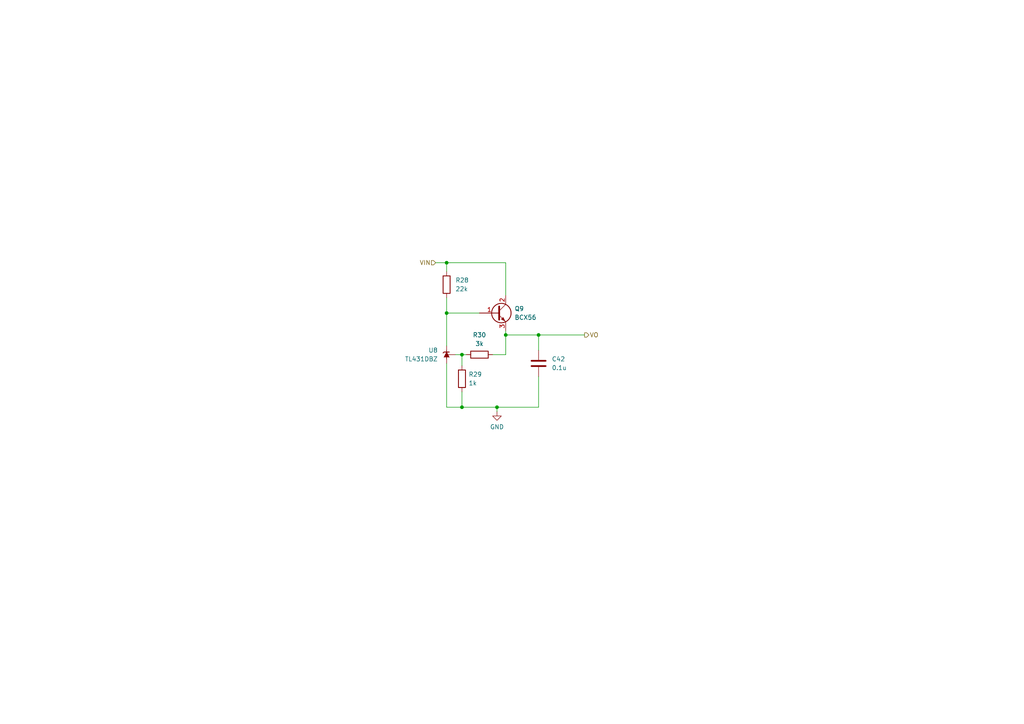
<source format=kicad_sch>
(kicad_sch (version 20211123) (generator eeschema)
  (paper "A4")
  (lib_symbols
    (symbol "Device:C" (pin_numbers hide) (pin_names (offset 0.254))
      (property "Reference" "C" (at 0.635 2.54 0))
      (property "Value" "C" (at 0.635 -2.54 0))
      (symbol "C_0_1"
        (polyline (pts (xy -2.032 -0.762) (xy 2.032 -0.762)) (stroke (width 0.508)))
        (polyline (pts (xy -2.032 0.762) (xy 2.032 0.762)) (stroke (width 0.508)))
      )
      (symbol "C_1_1"
        (pin passive line (at 0 3.81 270) (length 2.794) (name "~") (number "1"))
        (pin passive line (at 0 -3.81 90) (length 2.794) (name "~") (number "2"))
      )
    )
    (symbol "Device:R" (pin_numbers hide) (pin_names (offset 0))
      (property "Reference" "R" (at 2.032 0 90))
      (property "Value" "R" (at 0 0 90))
      (symbol "R_0_1"
        (rectangle (start -1.016 -2.54) (end 1.016 2.54) (stroke (width 0.254)))
      )
      (symbol "R_1_1"
        (pin passive line (at 0 3.81 270) (length 1.27) (name "~") (number "1"))
        (pin passive line (at 0 -3.81 90) (length 1.27) (name "~") (number "2"))
      )
    )
    (symbol "Reference_Voltage:TL431DBZ" (pin_numbers hide) (pin_names hide)
      (property "Reference" "U" (at -2.54 2.54 0))
      (property "Value" "TL431DBZ" (at 0 -2.54 0))
      (symbol "TL431DBZ_0_1"
        (polyline (pts (xy -1.27 0) (xy 0 0) (xy 1.27 0)))
        (polyline (pts (xy -0.762 0.762) (xy 0.762 0) (xy -0.762 -0.762)) (fill (type outline)))
        (polyline (pts (xy 0.508 -1.016) (xy 0.762 -0.762) (xy 0.762 0.762) (xy 0.762 0.762)) (stroke (width 0.254)))
      )
      (symbol "TL431DBZ_1_1"
        (pin passive line (at 2.54 0 180) (length 2.54) (name "K") (number "1"))
        (pin passive line (at 0 2.54 270) (length 2.54) (name "REF") (number "2"))
        (pin passive line (at -2.54 0 0) (length 2.54) (name "A") (number "3"))
      )
    )
    (symbol "Transistor_BJT:BCX56" (pin_names (offset 0) hide)
      (property "Reference" "Q" (at 5.08 1.905 0))
      (property "Value" "BCX56" (at 5.08 0 0))
      (symbol "BCX56_0_1"
        (polyline (pts (xy 0.635 0.635) (xy 2.54 2.54)))
        (polyline (pts (xy 0.635 -0.635) (xy 2.54 -2.54) (xy 2.54 -2.54)))
        (polyline (pts (xy 0.635 1.905) (xy 0.635 -1.905) (xy 0.635 -1.905)) (stroke (width 0.508)))
        (polyline (pts (xy 1.27 -1.778) (xy 1.778 -1.27) (xy 2.286 -2.286) (xy 1.27 -1.778) (xy 1.27 -1.778)) (fill (type outline)))
        (circle (center 1.27 0) (radius 2.8194) (stroke (width 0.254)))
      )
      (symbol "BCX56_1_1"
        (pin input line (at -5.08 0 0) (length 5.715) (name "B") (number "1"))
        (pin passive line (at 2.54 5.08 270) (length 2.54) (name "C") (number "2"))
        (pin passive line (at 2.54 -5.08 90) (length 2.54) (name "E") (number "3"))
      )
    )
    (symbol "power:GND" (power) (pin_names (offset 0))
      (property "Value" "GND" (at 0 -3.81 0))
      (symbol "GND_0_1"
        (polyline (pts (xy 0 0) (xy 0 -1.27) (xy 1.27 -1.27) (xy 0 -2.54) (xy -1.27 -1.27) (xy 0 -1.27)))
      )
      (symbol "GND_1_1"
        (pin power_in line (at 0 0 270) (length 0) hide (name "GND") (number "1"))
      )
    )
  )
  (junction (at 144.145 118.11))
  (junction (at 156.21 97.155))
  (junction (at 129.54 76.2))
  (junction (at 129.54 90.805))
  (junction (at 133.985 118.11))
  (junction (at 146.685 97.155))
  (junction (at 133.985 102.87))
  (wire (pts (xy 126.365 76.2) (xy 129.54 76.2)))
  (wire (pts (xy 139.065 90.805) (xy 129.54 90.805)))
  (wire (pts (xy 133.985 118.11) (xy 144.145 118.11)))
  (wire (pts (xy 146.685 97.155) (xy 146.685 95.885)))
  (wire (pts (xy 129.54 90.805) (xy 129.54 86.36)))
  (wire (pts (xy 129.54 76.2) (xy 129.54 78.74)))
  (wire (pts (xy 133.985 102.87) (xy 135.255 102.87)))
  (wire (pts (xy 133.985 113.665) (xy 133.985 118.11)))
  (wire (pts (xy 146.685 102.87) (xy 146.685 97.155)))
  (wire (pts (xy 142.875 102.87) (xy 146.685 102.87)))
  (wire (pts (xy 133.985 106.045) (xy 133.985 102.87)))
  (wire (pts (xy 156.21 109.22) (xy 156.21 118.11)))
  (wire (pts (xy 146.685 85.725) (xy 146.685 76.2)))
  (wire (pts (xy 132.08 102.87) (xy 133.985 102.87)))
  (wire (pts (xy 156.21 118.11) (xy 144.145 118.11)))
  (wire (pts (xy 146.685 76.2) (xy 129.54 76.2)))
  (wire (pts (xy 129.54 118.11) (xy 133.985 118.11)))
  (wire (pts (xy 156.21 97.155) (xy 156.21 101.6)))
  (wire (pts (xy 129.54 90.805) (xy 129.54 100.33)))
  (wire (pts (xy 146.685 97.155) (xy 156.21 97.155)))
  (wire (pts (xy 144.145 118.11) (xy 144.145 119.38)))
  (wire (pts (xy 129.54 105.41) (xy 129.54 118.11)))
  (wire (pts (xy 156.21 97.155) (xy 169.545 97.155)))
  (hierarchical_label "VIN" (shape input) (at 126.365 76.2 180))
  (hierarchical_label "VO" (shape output) (at 169.545 97.155 0))
  (symbol (lib_id "Device:R") (at 129.54 82.55 0) (unit 1)
    (property "Reference" "R28" (at 132.08 81.2799 0) (effects (justify left)))
    (property "Value" "22k" (at 132.08 83.8199 0) (effects (justify left)))
    (property "Footprint" "Resistor_SMD:R_0603_1608Metric_Pad0.98x0.95mm_HandSolder" (effects hide))
  )
  (symbol (lib_id "Device:R") (at 133.985 109.855 0) (unit 1)
    (property "Reference" "R29" (at 135.89 108.5849 0) (effects (justify left)))
    (property "Value" "1k" (at 135.89 111.1249 0) (effects (justify left)))
    (property "Footprint" "Resistor_SMD:R_0603_1608Metric_Pad0.98x0.95mm_HandSolder" (effects hide))
  )
  (symbol (lib_id "Reference_Voltage:TL431DBZ") (at 129.54 102.87 270) (mirror x) (unit 1)
    (property "Reference" "U8" (at 127 101.5999 90) (effects (justify right)))
    (property "Value" "TL431DBZ" (at 127 104.1399 90) (effects (justify right)))
    (property "Footprint" "Package_TO_SOT_SMD:SOT-23" (effects hide))
    (property "Datasheet" "http://www.ti.com/lit/ds/symlink/tl431.pdf" (effects hide))
  )
  (symbol (lib_id "Transistor_BJT:BCX56") (at 144.145 90.805 0) (unit 1)
    (property "Reference" "Q9" (at 149.225 89.5349 0) (effects (justify left)))
    (property "Value" "BCX56" (at 149.225 92.0749 0) (effects (justify left)))
    (property "Footprint" "Package_TO_SOT_SMD:SOT-89-3" (effects hide))
    (property "Datasheet" "http://cache.nxp.com/documents/data_sheet/BCP56_BCX56_BC56PA.pdf?pspll=1" (effects hide))
  )
  (symbol (lib_id "power:GND") (at 144.145 119.38 0) (unit 1)
    (property "Reference" "#PWR032" (effects hide))
    (property "Value" "GND" (at 144.145 123.825 0))
  )
  (symbol (lib_id "Device:C") (at 156.21 105.41 0) (unit 1)
    (property "Reference" "C42" (at 160.02 104.1399 0) (effects (justify left)))
    (property "Value" "0.1u" (at 160.02 106.6799 0) (effects (justify left)))
    (property "Footprint" "Capacitor_SMD:C_0603_1608Metric_Pad1.08x0.95mm_HandSolder" (effects hide))
  )
  (symbol (lib_id "Device:R") (at 139.065 102.87 90) (unit 1)
    (property "Reference" "R30" (at 139.065 97.155 90))
    (property "Value" "3k" (at 139.065 99.695 90))
    (property "Footprint" "Resistor_SMD:R_0603_1608Metric_Pad0.98x0.95mm_HandSolder" (effects hide))
  )
)
</source>
